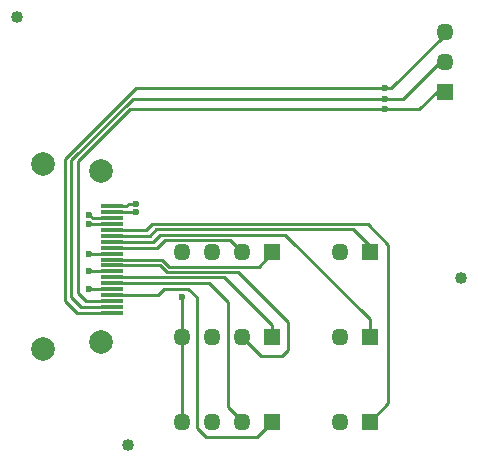
<source format=gbr>
G04 #@! TF.FileFunction,Copper,L1,Top,Signal*
%FSLAX46Y46*%
G04 Gerber Fmt 4.6, Leading zero omitted, Abs format (unit mm)*
G04 Created by KiCad (PCBNEW 4.0.2-stable) date Monday, September 10, 2018 'AMt' 08:27:29 AM*
%MOMM*%
G01*
G04 APERTURE LIST*
%ADD10C,0.050000*%
%ADD11C,1.016000*%
%ADD12C,2.000000*%
%ADD13R,1.900000X0.300000*%
%ADD14R,1.450000X1.450000*%
%ADD15O,1.450000X1.450000*%
%ADD16C,0.600000*%
%ADD17C,0.250000*%
G04 APERTURE END LIST*
D10*
D11*
X112268000Y-99771200D03*
X140411200Y-85623400D03*
X102870000Y-63500000D03*
D12*
X105032000Y-75970000D03*
X105032000Y-91670000D03*
X109982000Y-76570000D03*
X109982000Y-91070000D03*
D13*
X110882000Y-88570000D03*
X110882000Y-88070000D03*
X110882000Y-87570000D03*
X110882000Y-87070000D03*
X110882000Y-86570000D03*
X110882000Y-86070000D03*
X110882000Y-85570000D03*
X110882000Y-85070000D03*
X110882000Y-84570000D03*
X110882000Y-84070000D03*
X110882000Y-83570000D03*
X110882000Y-83070000D03*
X110882000Y-82570000D03*
X110882000Y-82070000D03*
X110882000Y-81570000D03*
X110882000Y-81070000D03*
X110882000Y-80570000D03*
X110882000Y-80070000D03*
X110882000Y-79570000D03*
D14*
X139065000Y-69850000D03*
D15*
X139065000Y-67310000D03*
X139065000Y-64770000D03*
D14*
X124460000Y-83464400D03*
D15*
X121920000Y-83464400D03*
X119380000Y-83464400D03*
X116840000Y-83464400D03*
D14*
X124460000Y-90627200D03*
D15*
X121920000Y-90627200D03*
X119380000Y-90627200D03*
X116840000Y-90627200D03*
D14*
X124460000Y-97790000D03*
D15*
X121920000Y-97790000D03*
X119380000Y-97790000D03*
X116840000Y-97790000D03*
D14*
X132715000Y-83464400D03*
D15*
X130175000Y-83464400D03*
D14*
X132715000Y-90627200D03*
D15*
X130175000Y-90627200D03*
D14*
X132715000Y-97790000D03*
D15*
X130175000Y-97790000D03*
D16*
X108940600Y-83566000D03*
X108940600Y-86563200D03*
X108940600Y-85039200D03*
X108940600Y-80264000D03*
X108940600Y-81076800D03*
X133985000Y-69545200D03*
X133985000Y-70485000D03*
X134003655Y-71350243D03*
X116840000Y-87249000D03*
X112953800Y-79349600D03*
X112953800Y-80060800D03*
D17*
X109678000Y-83566000D02*
X108940600Y-83566000D01*
X110882000Y-83570000D02*
X109682000Y-83570000D01*
X109682000Y-83570000D02*
X109678000Y-83566000D01*
X109675200Y-86563200D02*
X108940600Y-86563200D01*
X110882000Y-86570000D02*
X109682000Y-86570000D01*
X109682000Y-86570000D02*
X109675200Y-86563200D01*
X109651200Y-85039200D02*
X108940600Y-85039200D01*
X110882000Y-85070000D02*
X109682000Y-85070000D01*
X109682000Y-85070000D02*
X109651200Y-85039200D01*
X109246600Y-80570000D02*
X108940600Y-80264000D01*
X110882000Y-80570000D02*
X109246600Y-80570000D01*
X109675200Y-81076800D02*
X108940600Y-81076800D01*
X110882000Y-81070000D02*
X109682000Y-81070000D01*
X109682000Y-81070000D02*
X109675200Y-81076800D01*
X139065000Y-64770000D02*
X139065000Y-65024000D01*
X139065000Y-65024000D02*
X134543800Y-69545200D01*
X134543800Y-69545200D02*
X133985000Y-69545200D01*
X133560736Y-69545200D02*
X133985000Y-69545200D01*
X112928400Y-69545200D02*
X133560736Y-69545200D01*
X106934000Y-87566500D02*
X106934000Y-75539600D01*
X107937500Y-88570000D02*
X106934000Y-87566500D01*
X106934000Y-75539600D02*
X112928400Y-69545200D01*
X110882000Y-88570000D02*
X107937500Y-88570000D01*
X133985000Y-70485000D02*
X135509000Y-70485000D01*
X135509000Y-70485000D02*
X138684000Y-67310000D01*
X138684000Y-67310000D02*
X139065000Y-67310000D01*
X110882000Y-88070000D02*
X108263000Y-88070000D01*
X108263000Y-88070000D02*
X107442000Y-87249000D01*
X107442000Y-87249000D02*
X107442000Y-75668010D01*
X107442000Y-75668010D02*
X112625010Y-70485000D01*
X112625010Y-70485000D02*
X133985000Y-70485000D01*
X139065000Y-69850000D02*
X138404600Y-69850000D01*
X138404600Y-69850000D02*
X136904357Y-71350243D01*
X136904357Y-71350243D02*
X134427919Y-71350243D01*
X134427919Y-71350243D02*
X134003655Y-71350243D01*
X110882000Y-87570000D02*
X108652000Y-87570000D01*
X108652000Y-87570000D02*
X108013500Y-86931500D01*
X108013500Y-86931500D02*
X108013500Y-75732920D01*
X108013500Y-75732920D02*
X112397820Y-71348600D01*
X112397820Y-71348600D02*
X134002012Y-71348600D01*
X134002012Y-71348600D02*
X134003655Y-71350243D01*
X110882000Y-87070000D02*
X114733000Y-87070000D01*
X114733000Y-87070000D02*
X115265200Y-86537800D01*
X123126500Y-99123500D02*
X124460000Y-97790000D01*
X115265200Y-86537800D02*
X117322600Y-86537800D01*
X117322600Y-86537800D02*
X118059200Y-87274400D01*
X118059200Y-87274400D02*
X118059200Y-98374200D01*
X118059200Y-98374200D02*
X118808500Y-99123500D01*
X118808500Y-99123500D02*
X123126500Y-99123500D01*
X110882000Y-86070000D02*
X119064600Y-86070000D01*
X121462800Y-97332800D02*
X121920000Y-97790000D01*
X119064600Y-86070000D02*
X120700800Y-87706200D01*
X120700800Y-87706200D02*
X120700800Y-96570800D01*
X120700800Y-96570800D02*
X121462800Y-97332800D01*
X124460000Y-89652200D02*
X124460000Y-90627200D01*
X120391422Y-85583622D02*
X124460000Y-89652200D01*
X115310578Y-85570000D02*
X115324200Y-85583622D01*
X115324200Y-85583622D02*
X120391422Y-85583622D01*
X110882000Y-85570000D02*
X115310578Y-85570000D01*
X125298200Y-92202000D02*
X123494800Y-92202000D01*
X122644999Y-91352199D02*
X121920000Y-90627200D01*
X115510600Y-85133611D02*
X121557211Y-85133611D01*
X125806200Y-91694000D02*
X125298200Y-92202000D01*
X121557211Y-85133611D02*
X125806200Y-89382600D01*
X110882000Y-84570000D02*
X114946990Y-84570000D01*
X125806200Y-89382600D02*
X125806200Y-91694000D01*
X123494800Y-92202000D02*
X122644999Y-91352199D01*
X114946990Y-84570000D02*
X115510600Y-85133611D01*
X123317000Y-84683600D02*
X124460000Y-83540600D01*
X110882000Y-84070000D02*
X115083400Y-84070000D01*
X115083400Y-84070000D02*
X115697000Y-84683600D01*
X115697000Y-84683600D02*
X123317000Y-84683600D01*
X124460000Y-83540600D02*
X124460000Y-83464400D01*
X110882000Y-83070000D02*
X114731800Y-83070000D01*
X114731800Y-83070000D02*
X115387401Y-82414399D01*
X115387401Y-82414399D02*
X120869999Y-82414399D01*
X120869999Y-82414399D02*
X121195001Y-82739401D01*
X121195001Y-82739401D02*
X121920000Y-83464400D01*
X110882000Y-81570000D02*
X113756000Y-81570000D01*
X113756000Y-81570000D02*
X114261634Y-81064366D01*
X114261634Y-81064366D02*
X132550166Y-81064366D01*
X132550166Y-81064366D02*
X134289800Y-82804000D01*
X134289800Y-82804000D02*
X134289800Y-96215200D01*
X134289800Y-96215200D02*
X132715000Y-97790000D01*
X110882000Y-82070000D02*
X114068800Y-82070000D01*
X114068800Y-82070000D02*
X114624423Y-81514377D01*
X114624423Y-81514377D02*
X131323777Y-81514377D01*
X131323777Y-81514377D02*
X132715000Y-82905600D01*
X132715000Y-82905600D02*
X132715000Y-83464400D01*
X125550788Y-81964388D02*
X132715000Y-89128600D01*
X132715000Y-89128600D02*
X132715000Y-90627200D01*
X114356200Y-82570000D02*
X114961812Y-81964388D01*
X114961812Y-81964388D02*
X125550788Y-81964388D01*
X110882000Y-82570000D02*
X114356200Y-82570000D01*
X116840000Y-90627200D02*
X116840000Y-87249000D01*
X116840000Y-90627200D02*
X116840000Y-97790000D01*
X116814600Y-97764600D02*
X116840000Y-97790000D01*
X112302400Y-79349600D02*
X112953800Y-79349600D01*
X110882000Y-79570000D02*
X112082000Y-79570000D01*
X112082000Y-79570000D02*
X112302400Y-79349600D01*
X112091200Y-80060800D02*
X112953800Y-80060800D01*
X110882000Y-80070000D02*
X112082000Y-80070000D01*
X112082000Y-80070000D02*
X112091200Y-80060800D01*
M02*

</source>
